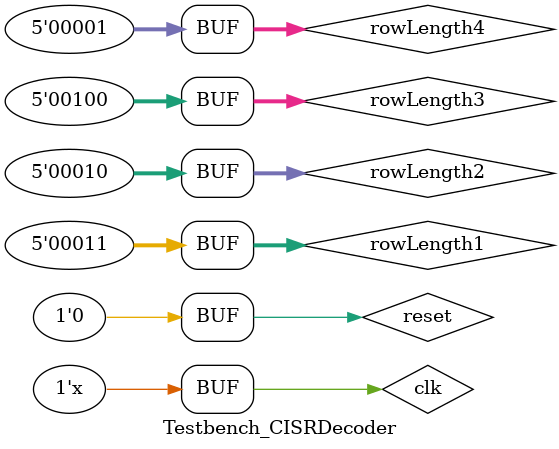
<source format=v>
`timescale 1ns / 1ps


module Testbench_CISRDecoder;
	//Inputs
	reg clk;
	reg reset;
	reg [4:0] rowLength1;
	reg [4:0] rowLength2;
	reg [4:0] rowLength3;
	reg [4:0] rowLength4;

	// Outputs
	wire [4:0] rowID1;
	wire [4:0] rowID2;
	wire [4:0] rowID3;
	wire [4:0] rowID4;

	// Instantiate the Unit Under Test (UUT)
	CISRDecoder CISRDE (
		.clk(clk),
		.reset(reset),
		
		.rowLength1(rowLength1),
		.rowLength2(rowLength2),
		.rowLength3(rowLength3),
		.rowLength4(rowLength4),
		
		.rowID1(rowID1),
		.rowID2(rowID2),
		.rowID3(rowID3),
		.rowID4(rowID4)
	);
	
	always #1 clk=~clk;

	initial begin
		// Initialize Inputs
		reset = 1;
		clk = 0;

		// Wait 100 ns for global reset to finish
		#100;
        
		// Add stimulus here
		#2 rowLength1 = 3; rowLength2 = 2; rowLength3 = 4; rowLength4 = 1;
		#2 reset = 0;
		#10;

	end
      
endmodule


</source>
